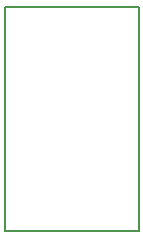
<source format=gm1>
G04*
G04 #@! TF.GenerationSoftware,Altium Limited,Altium Designer,20.0.2 (26)*
G04*
G04 Layer_Color=16711935*
%FSLAX25Y25*%
%MOIN*%
G70*
G01*
G75*
%ADD27C,0.00787*%
D27*
X45016Y512D02*
Y75315D01*
X236D02*
X45016D01*
X236Y512D02*
Y75315D01*
Y512D02*
X45016D01*
M02*

</source>
